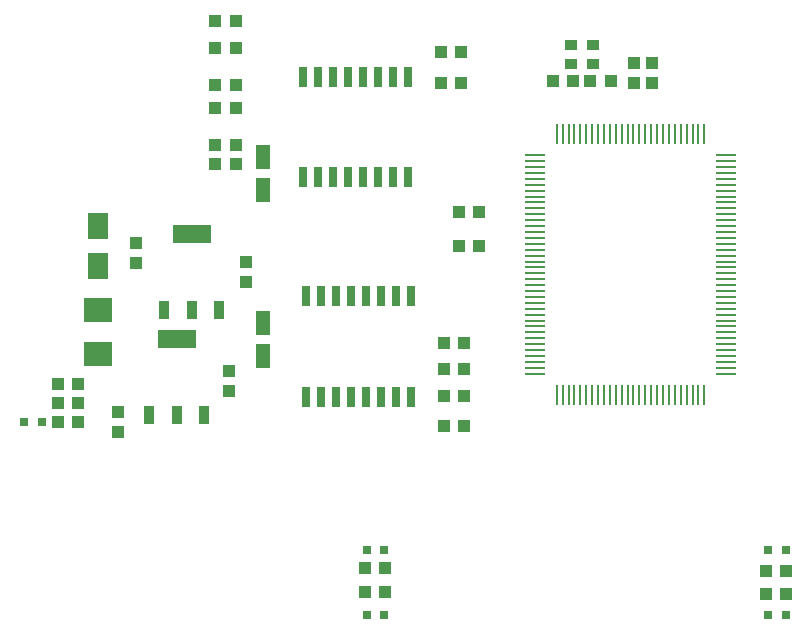
<source format=gtp>
G75*
%MOIN*%
%OFA0B0*%
%FSLAX25Y25*%
%IPPOS*%
%LPD*%
%AMOC8*
5,1,8,0,0,1.08239X$1,22.5*
%
%ADD10R,0.03000X0.06500*%
%ADD11R,0.03937X0.04331*%
%ADD12R,0.04724X0.07874*%
%ADD13R,0.09449X0.07874*%
%ADD14R,0.04331X0.03937*%
%ADD15R,0.06500X0.08600*%
%ADD16R,0.03150X0.03150*%
%ADD17R,0.06900X0.01100*%
%ADD18R,0.01100X0.06900*%
%ADD19R,0.03937X0.03543*%
%ADD20R,0.03500X0.06400*%
%ADD21R,0.12500X0.06400*%
D10*
X0213717Y0282528D03*
X0218717Y0282528D03*
X0223717Y0282528D03*
X0228717Y0282528D03*
X0233717Y0282528D03*
X0238717Y0282528D03*
X0243717Y0282528D03*
X0248717Y0282528D03*
X0248717Y0316028D03*
X0243717Y0316028D03*
X0238717Y0316028D03*
X0233717Y0316028D03*
X0228717Y0316028D03*
X0223717Y0316028D03*
X0218717Y0316028D03*
X0213717Y0316028D03*
X0212792Y0355667D03*
X0217792Y0355667D03*
X0222792Y0355667D03*
X0227792Y0355667D03*
X0232792Y0355667D03*
X0237792Y0355667D03*
X0242792Y0355667D03*
X0247792Y0355667D03*
X0247792Y0389167D03*
X0242792Y0389167D03*
X0237792Y0389167D03*
X0232792Y0389167D03*
X0227792Y0389167D03*
X0222792Y0389167D03*
X0217792Y0389167D03*
X0212792Y0389167D03*
D11*
X0190371Y0386423D03*
X0183678Y0386423D03*
X0183678Y0378923D03*
X0190371Y0378923D03*
X0190371Y0366423D03*
X0183678Y0366423D03*
X0157024Y0333707D03*
X0157024Y0327014D03*
X0193727Y0327457D03*
X0193727Y0320764D03*
X0188274Y0291207D03*
X0188274Y0284514D03*
X0151306Y0277457D03*
X0151306Y0270764D03*
X0137949Y0274110D03*
X0131257Y0274110D03*
X0233658Y0225469D03*
X0240351Y0225469D03*
X0240351Y0217594D03*
X0233658Y0217594D03*
X0259928Y0272860D03*
X0266621Y0272860D03*
X0266621Y0282860D03*
X0259928Y0282860D03*
X0259928Y0291610D03*
X0266621Y0291610D03*
X0266621Y0300360D03*
X0259928Y0300360D03*
X0264928Y0332860D03*
X0271621Y0332860D03*
X0271621Y0344110D03*
X0264928Y0344110D03*
X0265410Y0387063D03*
X0258717Y0387063D03*
X0258717Y0397441D03*
X0265410Y0397441D03*
X0190371Y0398923D03*
X0183678Y0398923D03*
X0367123Y0224287D03*
X0373816Y0224287D03*
X0373816Y0216807D03*
X0367123Y0216807D03*
D12*
X0199524Y0296098D03*
X0199524Y0307122D03*
X0199524Y0351443D03*
X0199524Y0362467D03*
D13*
X0144524Y0311591D03*
X0144524Y0296630D03*
D14*
X0137871Y0286876D03*
X0137871Y0280360D03*
X0131178Y0280360D03*
X0131178Y0286876D03*
X0183678Y0360173D03*
X0190371Y0360173D03*
X0190371Y0407673D03*
X0183678Y0407673D03*
X0296178Y0387860D03*
X0302871Y0387860D03*
X0308678Y0387860D03*
X0315371Y0387860D03*
X0323274Y0387014D03*
X0329259Y0387014D03*
X0329259Y0393707D03*
X0323274Y0393707D03*
D15*
X0144524Y0339560D03*
X0144524Y0326160D03*
D16*
X0234052Y0209720D03*
X0239957Y0209720D03*
X0239957Y0231374D03*
X0234052Y0231374D03*
X0125774Y0274110D03*
X0119869Y0274110D03*
X0367910Y0231374D03*
X0373816Y0231374D03*
X0373816Y0209720D03*
X0367910Y0209720D03*
D17*
X0353824Y0290193D03*
X0353824Y0292161D03*
X0353824Y0294130D03*
X0353824Y0296098D03*
X0353824Y0298067D03*
X0353824Y0300035D03*
X0353824Y0302004D03*
X0353824Y0303972D03*
X0353824Y0305941D03*
X0353824Y0307909D03*
X0353824Y0309878D03*
X0353824Y0311846D03*
X0353824Y0313815D03*
X0353824Y0315783D03*
X0353824Y0317752D03*
X0353824Y0319720D03*
X0353824Y0321689D03*
X0353824Y0323657D03*
X0353824Y0325626D03*
X0353824Y0327594D03*
X0353824Y0329563D03*
X0353824Y0331531D03*
X0353824Y0333500D03*
X0353824Y0335469D03*
X0353824Y0337437D03*
X0353824Y0339406D03*
X0353824Y0341374D03*
X0353824Y0343343D03*
X0353824Y0345311D03*
X0353824Y0347280D03*
X0353824Y0349248D03*
X0353824Y0351217D03*
X0353824Y0353185D03*
X0353824Y0355154D03*
X0353824Y0357122D03*
X0353824Y0359091D03*
X0353824Y0361059D03*
X0353824Y0363028D03*
X0290224Y0363028D03*
X0290224Y0361059D03*
X0290224Y0359091D03*
X0290224Y0357122D03*
X0290224Y0355154D03*
X0290224Y0353185D03*
X0290224Y0351217D03*
X0290224Y0349248D03*
X0290224Y0347280D03*
X0290224Y0345311D03*
X0290224Y0343343D03*
X0290224Y0341374D03*
X0290224Y0339406D03*
X0290224Y0337437D03*
X0290224Y0335469D03*
X0290224Y0333500D03*
X0290224Y0331531D03*
X0290224Y0329563D03*
X0290224Y0327594D03*
X0290224Y0325626D03*
X0290224Y0323657D03*
X0290224Y0321689D03*
X0290224Y0319720D03*
X0290224Y0317752D03*
X0290224Y0315783D03*
X0290224Y0313815D03*
X0290224Y0311846D03*
X0290224Y0309878D03*
X0290224Y0307909D03*
X0290224Y0305941D03*
X0290224Y0303972D03*
X0290224Y0302004D03*
X0290224Y0300035D03*
X0290224Y0298067D03*
X0290224Y0296098D03*
X0290224Y0294130D03*
X0290224Y0292161D03*
X0290224Y0290193D03*
D18*
X0297418Y0283010D03*
X0299386Y0283010D03*
X0301355Y0283010D03*
X0303323Y0283010D03*
X0305292Y0283010D03*
X0307260Y0283010D03*
X0309229Y0283010D03*
X0311198Y0283010D03*
X0313166Y0283010D03*
X0315135Y0283010D03*
X0317103Y0283010D03*
X0319072Y0283010D03*
X0321040Y0283010D03*
X0323009Y0283010D03*
X0324977Y0283010D03*
X0326946Y0283010D03*
X0328914Y0283010D03*
X0330883Y0283010D03*
X0332851Y0283010D03*
X0334820Y0283010D03*
X0336788Y0283010D03*
X0338757Y0283010D03*
X0340725Y0283010D03*
X0342694Y0283010D03*
X0344662Y0283010D03*
X0346631Y0283010D03*
X0346631Y0370210D03*
X0344662Y0370210D03*
X0342694Y0370210D03*
X0340725Y0370210D03*
X0338757Y0370210D03*
X0336788Y0370210D03*
X0334820Y0370210D03*
X0332851Y0370210D03*
X0330883Y0370210D03*
X0328914Y0370210D03*
X0326946Y0370210D03*
X0324977Y0370210D03*
X0323009Y0370210D03*
X0321040Y0370210D03*
X0319072Y0370210D03*
X0317103Y0370210D03*
X0315135Y0370210D03*
X0313166Y0370210D03*
X0311198Y0370210D03*
X0309229Y0370210D03*
X0307260Y0370210D03*
X0305292Y0370210D03*
X0303323Y0370210D03*
X0301355Y0370210D03*
X0299386Y0370210D03*
X0297418Y0370210D03*
D19*
X0302133Y0393559D03*
X0302133Y0399661D03*
X0309416Y0399661D03*
X0309416Y0393559D03*
D20*
X0184874Y0311510D03*
X0175774Y0311510D03*
X0166674Y0311510D03*
X0170774Y0276510D03*
X0161674Y0276510D03*
X0179874Y0276510D03*
D21*
X0170774Y0301710D03*
X0175774Y0336710D03*
M02*

</source>
